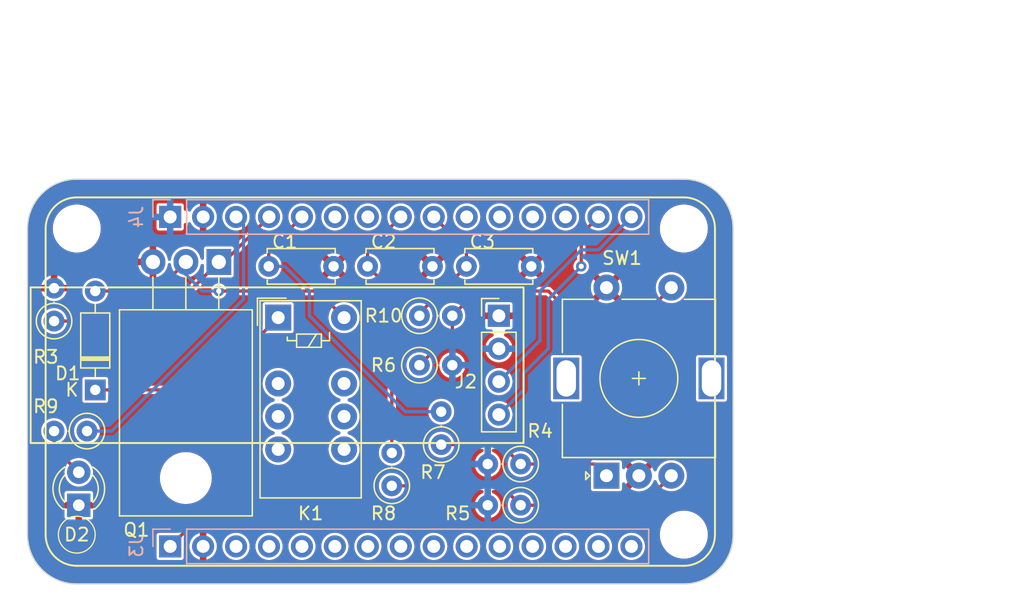
<source format=kicad_pcb>
(kicad_pcb (version 20211014) (generator pcbnew)
  (layers (0 "F.Cu" signal) (31 "B.Cu" signal) (34 "B.Paste" user) (35 "F.Paste" user) (36 "B.SilkS" user "B.Silkscreen") (37 "F.SilkS" user "F.Silkscreen") (38 "B.Mask" user) (39 "F.Mask" user) (44 "Edge.Cuts" user))
  (net 0 "")
  (net 1 "A_PIN")
  (net 2 "GND")
  (net 3 "B_PIN")
  (net 4 "SW_PIN")
  (net 5 "+5V")
  (net 6 "SCA")
  (net 7 "SCL")
  (net 8 "+3V3")
  (net 24 "Net-(D2-Pad2)")
  (net 25 "LED_CTRL")
  (net 26 "O_CTRL")
  (net 32 "Net-(R4-Pad1)")
  (net 33 "Net-(R5-Pad1)")
  (net 34 "Net-(R10-Pad2)")
  (net 40 "Net-(D1-Pad2)")
  (footprint "Resistor_THT:R_Axial_DIN0207_L6.3mm_D2.5mm_P2.54mm_Vertical" (layer "F.Cu") (at 174.215 60.325)
    (fp_text reference "R10" (at -2.765 0) (layer "F.SilkS"))
    (fp_text value "10k")
    (fp_line (start 1.37 0) (end 1.44 0) (layer "F.SilkS") (width 0.12))
    (fp_circle (center 0 0) (end 1.37 0) (layer "F.SilkS") (width 0.12) (fill none))
    (pad "1" thru_hole circle (at 0 0) (size 1.6 1.6) (drill 0.8) (layers *.Cu *.Mask) (net 4 "SW_PIN"))
    (pad "2" thru_hole oval (at 2.54 0) (size 1.6 1.6) (drill 0.8) (layers *.Cu *.Mask) (net 34 "Net-(R10-Pad2)"))
  )
  (footprint "Resistor_THT:R_Axial_DIN0207_L6.3mm_D2.5mm_P2.54mm_Vertical" (layer "F.Cu") (at 148.59 69.215 180)
    (fp_text reference "R9" (at 3.175 1.905) (layer "F.SilkS"))
    (fp_text value "100")
    (fp_line (start 1.37 0) (end 1.44 0) (layer "F.SilkS") (width 0.12))
    (fp_circle (center 0 0) (end 1.37 0) (layer "F.SilkS") (width 0.12) (fill none))
    (pad "1" thru_hole circle (at 0 0 180) (size 1.6 1.6) (drill 0.8) (layers *.Cu *.Mask) (net 25 "LED_CTRL"))
    (pad "2" thru_hole oval (at 2.54 0 180) (size 1.6 1.6) (drill 0.8) (layers *.Cu *.Mask) (net 24 "Net-(D2-Pad2)"))
  )
  (footprint "MountingHole:MountingHole_3.2mm_M3_ISO7380" (layer "F.Cu") (at 194.6 53.6)
    (fp_text reference "H1" (at 0 0) (layer "F.SilkS"))
    (fp_text value "MountingHole")
    (pad "" np_thru_hole circle (at 0 0) (size 3.2 3.2) (drill 3.2) (layers *.Cu *.Mask))
  )
  (footprint "Relay_THT:Relay_DPDT_Omron_G6S-2" (layer "F.Cu") (at 163.3275 60.4675)
    (fp_text reference "K1" (at 2.5 15.0975) (layer "F.SilkS"))
    (fp_text value "G6S-2")
    (fp_line (start 3.962 1.143) (end 3.962 1.778) (layer "F.SilkS") (width 0.12))
    (fp_line (start -1.4 -1.3) (end 6.4 -1.3) (layer "F.SilkS") (width 0.12))
    (fp_line (start 0.7 1.5) (end 0.7 1.778) (layer "F.SilkS") (width 0.12))
    (fp_line (start 2.946 1.27) (end 2.311 2.286) (layer "F.SilkS") (width 0.12))
    (fp_line (start -1.4 13.9) (end -1.4 -1.3) (layer "F.SilkS") (width 0.12))
    (fp_line (start 1.422 2.286) (end 3.327 2.286) (layer "F.SilkS") (width 0.12))
    (fp_line (start 6.4 -1.3) (end 6.4 13.9) (layer "F.SilkS") (width 0.12))
    (fp_line (start 6.4 13.9) (end -1.4 13.9) (layer "F.SilkS") (width 0.12))
    (fp_line (start -1.6 -1.5) (end 0.6 -1.5) (layer "F.SilkS") (width 0.12))
    (fp_line (start 3.327 1.27) (end 1.422 1.27) (layer "F.SilkS") (width 0.12))
    (fp_line (start 3.327 1.27) (end 3.327 2.286) (layer "F.SilkS") (width 0.12))
    (fp_line (start 3.962 1.778) (end 3.327 1.778) (layer "F.SilkS") (width 0.12))
    (fp_line (start 0.7 1.778) (end 1.422 1.778) (layer "F.SilkS") (width 0.12))
    (fp_line (start -1.6 0.6) (end -1.6 -1.5) (layer "F.SilkS") (width 0.12))
    (fp_line (start 1.422 1.27) (end 1.422 2.286) (layer "F.SilkS") (width 0.12))
    (pad "1" thru_hole rect (at 0 0) (size 2 2) (drill 1) (layers *.Cu *.Mask) (net 5 "+5V"))
    (pad "3" thru_hole circle (at 0 5.08) (size 2 2) (drill 1) (layers *.Cu *.Mask))
    (pad "4" thru_hole circle (at 0 7.62 270) (size 2 2) (drill 1) (layers *.Cu *.Mask))
    (pad "5" thru_hole circle (at 0 10.16) (size 2 2) (drill 1) (layers *.Cu *.Mask))
    (pad "8" thru_hole circle (at 5.08 10.16) (size 2 2) (drill 1) (layers *.Cu *.Mask))
    (pad "9" thru_hole circle (at 5.08 7.62 270) (size 2 2) (drill 1) (layers *.Cu *.Mask))
    (pad "10" thru_hole circle (at 5.08 5.08) (size 2 2) (drill 1) (layers *.Cu *.Mask))
    (pad "12" thru_hole circle (at 5.08 0) (size 2 2) (drill 1) (layers *.Cu *.Mask) (net 40 "Net-(D1-Pad2)"))
  )
  (footprint "Package_TO_SOT_THT:TO-220-3_Horizontal_TabDown" (layer "F.Cu") (at 158.75 56.175 180)
    (fp_text reference "Q1" (at 6.35 -20.66 180) (layer "F.SilkS"))
    (fp_text value "IRF540N")
    (fp_line (start 7.66 -19.58) (end 7.66 -3.69) (layer "F.SilkS") (width 0.12))
    (fp_line (start 0 -3.69) (end 0 -1.15) (layer "F.SilkS") (width 0.12))
    (fp_line (start 5.08 -3.69) (end 5.08 -1.15) (layer "F.SilkS") (width 0.12))
    (fp_line (start -2.58 -19.58) (end -2.58 -3.69) (layer "F.SilkS") (width 0.12))
    (fp_line (start -2.58 -3.69) (end 7.66 -3.69) (layer "F.SilkS") (width 0.12))
    (fp_line (start -2.58 -19.58) (end 7.66 -19.58) (layer "F.SilkS") (width 0.12))
    (fp_line (start 2.54 -3.69) (end 2.54 -1.15) (layer "F.SilkS") (width 0.12))
    (pad "" np_thru_hole oval (at 2.54 -16.66 180) (size 3.5 3.5) (drill 3.5) (layers *.Cu *.Mask))
    (pad "1" thru_hole rect (at 0 0 180) (size 1.905 2) (drill 1.1) (layers *.Cu *.Mask) (net 26 "O_CTRL"))
    (pad "2" thru_hole oval (at 2.54 0 180) (size 1.905 2) (drill 1.1) (layers *.Cu *.Mask) (net 40 "Net-(D1-Pad2)"))
    (pad "3" thru_hole oval (at 5.08 0 180) (size 1.905 2) (drill 1.1) (layers *.Cu *.Mask) (net 2 "GND"))
  )
  (footprint "Connector_PinHeader_2.54mm:PinHeader_1x04_P2.54mm_Vertical" (layer "F.Cu") (at 180.34 60.325)
    (fp_text reference "J2" (at -2.54 5.08) (layer "F.SilkS"))
    (fp_text value "Conn_01x04")
    (fp_line (start -1.33 -1.33) (end 0 -1.33) (layer "F.SilkS") (width 0.12))
    (fp_line (start -1.33 1.27) (end 1.33 1.27) (layer "F.SilkS") (width 0.12))
    (fp_line (start -1.33 8.95) (end 1.33 8.95) (layer "F.SilkS") (width 0.12))
    (fp_line (start -1.33 1.27) (end -1.33 8.95) (layer "F.SilkS") (width 0.12))
    (fp_line (start -1.33 0) (end -1.33 -1.33) (layer "F.SilkS") (width 0.12))
    (fp_line (start 1.33 1.27) (end 1.33 8.95) (layer "F.SilkS") (width 0.12))
    (pad "1" thru_hole rect (at 0 0) (size 1.7 1.7) (drill 1) (layers *.Cu *.Mask) (net 2 "GND"))
    (pad "2" thru_hole oval (at 0 2.54) (size 1.7 1.7) (drill 1) (layers *.Cu *.Mask) (net 8 "+3V3"))
    (pad "3" thru_hole oval (at 0 5.08) (size 1.7 1.7) (drill 1) (layers *.Cu *.Mask) (net 7 "SCL"))
    (pad "4" thru_hole oval (at 0 7.62) (size 1.7 1.7) (drill 1) (layers *.Cu *.Mask) (net 6 "SCA"))
  )
  (footprint "Resistor_THT:R_Axial_DIN0207_L6.3mm_D2.5mm_P2.54mm_Vertical" (layer "F.Cu") (at 175.895 70.26 90)
    (fp_text reference "R7" (at -2.13 -0.635 180) (layer "F.SilkS"))
    (fp_text value "10k")
    (fp_line (start 1.37 0) (end 1.44 0) (layer "F.SilkS") (width 0.12))
    (fp_circle (center 0 0) (end 1.37 0) (layer "F.SilkS") (width 0.12) (fill none))
    (pad "1" thru_hole circle (at 0 0 90) (size 1.6 1.6) (drill 0.8) (layers *.Cu *.Mask) (net 32 "Net-(R4-Pad1)"))
    (pad "2" thru_hole oval (at 2.54 0 90) (size 1.6 1.6) (drill 0.8) (layers *.Cu *.Mask) (net 1 "A_PIN"))
  )
  (footprint "MountingHole:MountingHole_3.2mm_M3_ISO7380" (layer "F.Cu") (at 147.8 53.6)
    (fp_text reference "H2" (at 0 0) (layer "F.SilkS"))
    (fp_text value "MountingHole")
    (pad "" np_thru_hole circle (at 0 0) (size 3.2 3.2) (drill 3.2) (layers *.Cu *.Mask))
  )
  (footprint "Resistor_THT:R_Axial_DIN0207_L6.3mm_D2.5mm_P2.54mm_Vertical" (layer "F.Cu") (at 182.02 74.93 180)
    (fp_text reference "R5" (at 4.855 -0.635) (layer "F.SilkS"))
    (fp_text value "10k")
    (fp_line (start 1.37 0) (end 1.44 0) (layer "F.SilkS") (width 0.12))
    (fp_circle (center 0 0) (end 1.37 0) (layer "F.SilkS") (width 0.12) (fill none))
    (pad "1" thru_hole circle (at 0 0 180) (size 1.6 1.6) (drill 0.8) (layers *.Cu *.Mask) (net 33 "Net-(R5-Pad1)"))
    (pad "2" thru_hole oval (at 2.54 0 180) (size 1.6 1.6) (drill 0.8) (layers *.Cu *.Mask) (net 8 "+3V3"))
  )
  (footprint "Resistor_THT:R_Axial_DIN0207_L6.3mm_D2.5mm_P2.54mm_Vertical" (layer "F.Cu") (at 182.02 71.755 180)
    (fp_text reference "R4" (at -1.495 2.54) (layer "F.SilkS"))
    (fp_text value "10k")
    (fp_line (start 1.37 0) (end 1.44 0) (layer "F.SilkS") (width 0.12))
    (fp_circle (center 0 0) (end 1.37 0) (layer "F.SilkS") (width 0.12) (fill none))
    (pad "1" thru_hole circle (at 0 0 180) (size 1.6 1.6) (drill 0.8) (layers *.Cu *.Mask) (net 32 "Net-(R4-Pad1)"))
    (pad "2" thru_hole oval (at 2.54 0 180) (size 1.6 1.6) (drill 0.8) (layers *.Cu *.Mask) (net 8 "+3V3"))
  )
  (footprint "Capacitor_THT:C_Disc_D5.0mm_W2.5mm_P5.00mm" (layer "F.Cu") (at 170.22 56.515)
    (fp_text reference "C2" (at 1.23 -1.905) (layer "F.SilkS"))
    (fp_text value "0.01u")
    (fp_line (start -0.12 1.055) (end -0.12 1.37) (layer "F.SilkS") (width 0.12))
    (fp_line (start -0.12 1.37) (end 5.12 1.37) (layer "F.SilkS") (width 0.12))
    (fp_line (start 5.12 1.055) (end 5.12 1.37) (layer "F.SilkS") (width 0.12))
    (fp_line (start 5.12 -1.37) (end 5.12 -1.055) (layer "F.SilkS") (width 0.12))
    (fp_line (start -0.12 -1.37) (end 5.12 -1.37) (layer "F.SilkS") (width 0.12))
    (fp_line (start -0.12 -1.37) (end -0.12 -1.055) (layer "F.SilkS") (width 0.12))
    (pad "1" thru_hole circle (at 0 0) (size 1.6 1.6) (drill 0.8) (layers *.Cu *.Mask) (net 3 "B_PIN"))
    (pad "2" thru_hole circle (at 5 0) (size 1.6 1.6) (drill 0.8) (layers *.Cu *.Mask) (net 2 "GND"))
  )
  (footprint "Rotary_Encoder:RotaryEncoder_Alps_EC11E-Switch_Vertical_H20mm" (layer "F.Cu") (at 188.635 72.655 90)
    (fp_text reference "SW1" (at 16.775 1.2 180) (layer "F.SilkS"))
    (fp_text value "RotaryEncoder_Switch")
    (fp_line (start 13.6 1.2) (end 13.6 3.8) (layer "F.SilkS") (width 0.12))
    (fp_line (start 0.3 -1.6) (end 0 -1.3) (layer "F.SilkS") (width 0.12))
    (fp_line (start 13.6 -3.4) (end 13.6 -1) (layer "F.SilkS") (width 0.12))
    (fp_line (start 1.4 -3.4) (end 1.4 8.4) (layer "F.SilkS") (width 0.12))
    (fp_line (start 13.6 8.4) (end 9.5 8.4) (layer "F.SilkS") (width 0.12))
    (fp_line (start 9.5 -3.4) (end 13.6 -3.4) (layer "F.SilkS") (width 0.12))
    (fp_line (start -0.3 -1.6) (end 0.3 -1.6) (layer "F.SilkS") (width 0.12))
    (fp_line (start 13.6 6) (end 13.6 8.4) (layer "F.SilkS") (width 0.12))
    (fp_line (start 7.5 2) (end 7.5 3) (layer "F.SilkS") (width 0.12))
    (fp_line (start 5.5 -3.4) (end 1.4 -3.4) (layer "F.SilkS") (width 0.12))
    (fp_line (start 0 -1.3) (end -0.3 -1.6) (layer "F.SilkS") (width 0.12))
    (fp_line (start 7 2.5) (end 8 2.5) (layer "F.SilkS") (width 0.12))
    (fp_line (start 5.5 8.4) (end 1.4 8.4) (layer "F.SilkS") (width 0.12))
    (fp_circle (center 7.5 2.5) (end 10.5 2.5) (layer "F.SilkS") (width 0.12) (fill none))
    (pad "A" thru_hole rect (at 0 0 90) (size 2 2) (drill 1) (layers *.Cu *.Mask) (net 32 "Net-(R4-Pad1)"))
    (pad "B" thru_hole circle (at 0 5 90) (size 2 2) (drill 1) (layers *.Cu *.Mask) (net 33 "Net-(R5-Pad1)"))
    (pad "C" thru_hole circle (at 0 2.5 90) (size 2 2) (drill 1) (layers *.Cu *.Mask) (net 2 "GND"))
    (pad "MP" thru_hole rect (at 7.5 8.1 90) (size 3.2 2) (drill oval 2.8 1.5) (layers *.Cu *.Mask))
    (pad "MP" thru_hole rect (at 7.5 -3.1 90) (size 3.2 2) (drill oval 2.8 1.5) (layers *.Cu *.Mask))
    (pad "S1" thru_hole circle (at 14.5 5 90) (size 2 2) (drill 1) (layers *.Cu *.Mask) (net 34 "Net-(R10-Pad2)"))
    (pad "S2" thru_hole circle (at 14.5 0 90) (size 2 2) (drill 1) (layers *.Cu *.Mask) (net 2 "GND"))
  )
  (footprint "Resistor_THT:R_Axial_DIN0207_L6.3mm_D2.5mm_P2.54mm_Vertical" (layer "F.Cu") (at 146.05 60.735 90)
    (fp_text reference "R3" (at -2.765 -0.635 180) (layer "F.SilkS"))
    (fp_text value "10k")
    (fp_line (start 1.37 0) (end 1.44 0) (layer "F.SilkS") (width 0.12))
    (fp_circle (center 0 0) (end 1.37 0) (layer "F.SilkS") (width 0.12) (fill none))
    (pad "1" thru_hole circle (at 0 0 90) (size 1.6 1.6) (drill 0.8) (layers *.Cu *.Mask) (net 26 "O_CTRL"))
    (pad "2" thru_hole oval (at 2.54 0 90) (size 1.6 1.6) (drill 0.8) (layers *.Cu *.Mask) (net 2 "GND"))
  )
  (footprint "Capacitor_THT:C_Disc_D5.0mm_W2.5mm_P5.00mm" (layer "F.Cu") (at 162.6 56.515)
    (fp_text reference "C1" (at 1.23 -1.905) (layer "F.SilkS"))
    (fp_text value "0.01u")
    (fp_line (start -0.12 -1.37) (end -0.12 -1.055) (layer "F.SilkS") (width 0.12))
    (fp_line (start 5.12 -1.37) (end 5.12 -1.055) (layer "F.SilkS") (width 0.12))
    (fp_line (start 5.12 1.055) (end 5.12 1.37) (layer "F.SilkS") (width 0.12))
    (fp_line (start -0.12 1.37) (end 5.12 1.37) (layer "F.SilkS") (width 0.12))
    (fp_line (start -0.12 1.055) (end -0.12 1.37) (layer "F.SilkS") (width 0.12))
    (fp_line (start -0.12 -1.37) (end 5.12 -1.37) (layer "F.SilkS") (width 0.12))
    (pad "1" thru_hole circle (at 0 0) (size 1.6 1.6) (drill 0.8) (layers *.Cu *.Mask) (net 1 "A_PIN"))
    (pad "2" thru_hole circle (at 5 0) (size 1.6 1.6) (drill 0.8) (layers *.Cu *.Mask) (net 2 "GND"))
  )
  (footprint "LED_THT:LED_D3.0mm" (layer "F.Cu") (at 147.955 74.93 90)
    (fp_text reference "D2" (at -2.27 -0.155) (layer "F.SilkS"))
    (fp_text value "LED")
    (fp_line (start -0.29 1.08) (end -0.29 1.236) (layer "F.SilkS") (width 0.12))
    (fp_line (start -0.29 -1.236) (end -0.29 -1.08) (layer "F.SilkS") (width 0.12))
    (fp_arc (start -0.29 -1.235516) (mid 1.366487 -1.987659) (end 2.942335 -1.078608) (layer "F.SilkS") (width 0.12))
    (fp_arc (start 2.942335 1.078608) (mid 1.366487 1.987659) (end -0.29 1.235516) (layer "F.SilkS") (width 0.12))
    (fp_arc (start 0.229039 -1.08) (mid 1.270117 -1.5) (end 2.31113 -1.079837) (layer "F.SilkS") (width 0.12))
    (fp_arc (start 2.31113 1.079837) (mid 1.270117 1.5) (end 0.229039 1.08) (layer "F.SilkS") (width 0.12))
    (pad "1" thru_hole rect (at 0 0 90) (size 1.8 1.8) (drill 0.9) (layers *.Cu *.Mask) (net 2 "GND"))
    (pad "2" thru_hole circle (at 2.54 0 90) (size 1.8 1.8) (drill 0.9) (layers *.Cu *.Mask) (net 24 "Net-(D2-Pad2)"))
  )
  (footprint "Capacitor_THT:C_Disc_D5.0mm_W2.5mm_P5.00mm" (layer "F.Cu") (at 177.84 56.515)
    (fp_text reference "C3" (at 1.23 -1.905) (layer "F.SilkS"))
    (fp_text value "0.01u")
    (fp_line (start -0.12 1.055) (end -0.12 1.37) (layer "F.SilkS") (width 0.12))
    (fp_line (start -0.12 1.37) (end 5.12 1.37) (layer "F.SilkS") (width 0.12))
    (fp_line (start -0.12 -1.37) (end -0.12 -1.055) (layer "F.SilkS") (width 0.12))
    (fp_line (start 5.12 -1.37) (end 5.12 -1.055) (layer "F.SilkS") (width 0.12))
    (fp_line (start 5.12 1.055) (end 5.12 1.37) (layer "F.SilkS") (width 0.12))
    (fp_line (start -0.12 -1.37) (end 5.12 -1.37) (layer "F.SilkS") (width 0.12))
    (pad "1" thru_hole circle (at 0 0) (size 1.6 1.6) (drill 0.8) (layers *.Cu *.Mask) (net 4 "SW_PIN"))
    (pad "2" thru_hole circle (at 5 0) (size 1.6 1.6) (drill 0.8) (layers *.Cu *.Mask) (net 2 "GND"))
  )
  (footprint "Resistor_THT:R_Axial_DIN0207_L6.3mm_D2.5mm_P2.54mm_Vertical" (layer "F.Cu") (at 172.085 73.435 90)
    (fp_text reference "R8" (at -2.13 -0.635 180) (layer "F.SilkS"))
    (fp_text value "10k")
    (fp_line (start 1.37 0) (end 1.44 0) (layer "F.SilkS") (width 0.12))
    (fp_circle (center 0 0) (end 1.37 0) (layer "F.SilkS") (width 0.12) (fill none))
    (pad "1" thru_hole circle (at 0 0 90) (size 1.6 1.6) (drill 0.8) (layers *.Cu *.Mask) (net 33 "Net-(R5-Pad1)"))
    (pad "2" thru_hole oval (at 2.54 0 90) (size 1.6 1.6) (drill 0.8) (layers *.Cu *.Mask) (net 3 "B_PIN"))
  )
  (footprint "MountingHole:MountingHole_3.2mm_M3_ISO7380" (layer "F.Cu") (at 194.6 77.2)
    (fp_text reference "H3" (at 0 0) (layer "F.SilkS"))
    (fp_text value "MountingHole")
    (pad "" np_thru_hole circle (at 0 0) (size 3.2 3.2) (drill 3.2) (layers *.Cu *.Mask))
  )
  (footprint "Resistor_THT:R_Axial_DIN0207_L6.3mm_D2.5mm_P2.54mm_Vertical" (layer "F.Cu") (at 174.215 64.135)
    (fp_text reference "R6" (at -2.765 0) (layer "F.SilkS"))
    (fp_text value "10k")
    (fp_line (start 1.37 0) (end 1.44 0) (layer "F.SilkS") (width 0.12))
    (fp_circle (center 0 0) (end 1.37 0) (layer "F.SilkS") (width 0.12) (fill none))
    (pad "1" thru_hole circle (at 0 0) (size 1.6 1.6) (drill 0.8) (layers *.Cu *.Mask) (net 34 "Net-(R10-Pad2)"))
    (pad "2" thru_hole oval (at 2.54 0) (size 1.6 1.6) (drill 0.8) (layers *.Cu *.Mask) (net 8 "+3V3"))
  )
  (footprint "Diode_THT:D_DO-35_SOD27_P7.62mm_Horizontal" (layer "F.Cu") (at 149.225 66.04 90)
    (fp_text reference "D1" (at 1.27 -2.12 180) (layer "F.SilkS"))
    (fp_text value "1N4148")
    (fp_text user "K" (at 0 -1.8 180) (layer "F.SilkS"))
    (fp_line (start 1.69 1.12) (end 5.93 1.12) (layer "F.SilkS") (width 0.12))
    (fp_line (start 5.93 -1.12) (end 1.69 -1.12) (layer "F.SilkS") (width 0.12))
    (fp_line (start 2.53 -1.12) (end 2.53 1.12) (layer "F.SilkS") (width 0.12))
    (fp_line (start 2.41 -1.12) (end 2.41 1.12) (layer "F.SilkS") (width 0.12))
    (fp_line (start 2.29 -1.12) (end 2.29 1.12) (layer "F.SilkS") (width 0.12))
    (fp_line (start 6.58 0) (end 5.93 0) (layer "F.SilkS") (width 0.12))
    (fp_line (start 5.93 1.12) (end 5.93 -1.12) (layer "F.SilkS") (width 0.12))
    (fp_line (start 1.04 0) (end 1.69 0) (layer "F.SilkS") (width 0.12))
    (fp_line (start 1.69 -1.12) (end 1.69 1.12) (layer "F.SilkS") (width 0.12))
    (pad "1" thru_hole rect (at 0 0 90) (size 1.6 1.6) (drill 0.8) (layers *.Cu *.Mask) (net 5 "+5V"))
    (pad "2" thru_hole oval (at 7.62 0 90) (size 1.6 1.6) (drill 0.8) (layers *.Cu *.Mask) (net 40 "Net-(D1-Pad2)"))
  )
  (footprint "Connector_PinHeader_2.54mm:PinHeader_1x15_P2.54mm_Vertical" (layer "B.Cu") (at 155 78.105 -90)
    (fp_text reference "J3" (at 0 2.6 -90) (layer "B.SilkS") (effects (justify mirror)))
    (fp_text value "Conn_01x15")
    (fp_line (start -1.33 -1.27) (end 1.33 -1.27) (layer "B.SilkS") (width 0.12))
    (fp_line (start -1.33 -1.27) (end -1.33 -36.89) (layer "B.SilkS") (width 0.12))
    (fp_line (start 1.33 -1.27) (end 1.33 -36.89) (layer "B.SilkS") (width 0.12))
    (fp_line (start -1.33 0) (end -1.33 1.33) (layer "B.SilkS") (width 0.12))
    (fp_line (start -1.33 1.33) (end 0 1.33) (layer "B.SilkS") (width 0.12))
    (fp_line (start -1.33 -36.89) (end 1.33 -36.89) (layer "B.SilkS") (width 0.12))
    (pad "1" thru_hole rect (at 0 0 270) (size 1.7 1.7) (drill 1) (layers *.Cu *.Mask) (net 5 "+5V"))
    (pad "2" thru_hole oval (at 0 -2.54 270) (size 1.7 1.7) (drill 1) (layers *.Cu *.Mask) (net 2 "GND"))
    (pad "3" thru_hole oval (at 0 -5.08 270) (size 1.7 1.7) (drill 1) (layers *.Cu *.Mask))
    (pad "4" thru_hole oval (at 0 -7.62 270) (size 1.7 1.7) (drill 1) (layers *.Cu *.Mask))
    (pad "5" thru_hole oval (at 0 -10.16 270) (size 1.7 1.7) (drill 1) (layers *.Cu *.Mask))
    (pad "6" thru_hole oval (at 0 -12.7 270) (size 1.7 1.7) (drill 1) (layers *.Cu *.Mask))
    (pad "7" thru_hole oval (at 0 -15.24 270) (size 1.7 1.7) (drill 1) (layers *.Cu *.Mask))
    (pad "8" thru_hole oval (at 0 -17.78 270) (size 1.7 1.7) (drill 1) (layers *.Cu *.Mask))
    (pad "9" thru_hole oval (at 0 -20.32 270) (size 1.7 1.7) (drill 1) (layers *.Cu *.Mask))
    (pad "10" thru_hole oval (at 0 -22.86 270) (size 1.7 1.7) (drill 1) (layers *.Cu *.Mask))
    (pad "11" thru_hole oval (at 0 -25.4 270) (size 1.7 1.7) (drill 1) (layers *.Cu *.Mask))
    (pad "12" thru_hole oval (at 0 -27.94 270) (size 1.7 1.7) (drill 1) (layers *.Cu *.Mask))
    (pad "13" thru_hole oval (at 0 -30.48 270) (size 1.7 1.7) (drill 1) (layers *.Cu *.Mask))
    (pad "14" thru_hole oval (at 0 -33.02 270) (size 1.7 1.7) (drill 1) (layers *.Cu *.Mask))
    (pad "15" thru_hole oval (at 0 -35.56 270) (size 1.7 1.7) (drill 1) (layers *.Cu *.Mask))
  )
  (footprint "Connector_PinHeader_2.54mm:PinHeader_1x15_P2.54mm_Vertical" (layer "B.Cu") (at 155 52.705 -90)
    (fp_text reference "J4" (at 0 2.6 90) (layer "B.SilkS") (effects (justify mirror)))
    (fp_text value "Conn_01x15")
    (fp_line (start -1.33 -36.89) (end 1.33 -36.89) (layer "B.SilkS") (width 0.12))
    (fp_line (start -1.33 0) (end -1.33 1.33) (layer "B.SilkS") (width 0.12))
    (fp_line (start -1.33 -1.27) (end 1.33 -1.27) (layer "B.SilkS") (width 0.12))
    (fp_line (start 1.33 -1.27) (end 1.33 -36.89) (layer "B.SilkS") (width 0.12))
    (fp_line (start -1.33 -1.27) (end -1.33 -36.89) (layer "B.SilkS") (width 0.12))
    (fp_line (start -1.33 1.33) (end 0 1.33) (layer "B.SilkS") (width 0.12))
    (pad "1" thru_hole rect (at 0 0 270) (size 1.7 1.7) (drill 1) (layers *.Cu *.Mask) (net 8 "+3V3"))
    (pad "2" thru_hole oval (at 0 -2.54 270) (size 1.7 1.7) (drill 1) (layers *.Cu *.Mask) (net 2 "GND"))
    (pad "3" thru_hole oval (at 0 -5.08 270) (size 1.7 1.7) (drill 1) (layers *.Cu *.Mask) (net 25 "LED_CTRL"))
    (pad "4" thru_hole oval (at 0 -7.62 270) (size 1.7 1.7) (drill 1) (layers *.Cu *.Mask) (net 26 "O_CTRL"))
    (pad "5" thru_hole oval (at 0 -10.16 270) (size 1.7 1.7) (drill 1) (layers *.Cu *.Mask) (net 1 "A_PIN"))
    (pad "6" thru_hole oval (at 0 -12.7 270) (size 1.7 1.7) (drill 1) (layers *.Cu *.Mask))
    (pad "7" thru_hole oval (at 0 -15.24 270) (size 1.7 1.7) (drill 1) (layers *.Cu *.Mask))
    (pad "8" thru_hole oval (at 0 -17.78 270) (size 1.7 1.7) (drill 1) (layers *.Cu *.Mask) (net 3 "B_PIN"))
    (pad "9" thru_hole oval (at 0 -20.32 270) (size 1.7 1.7) (drill 1) (layers *.Cu *.Mask) (net 4 "SW_PIN"))
    (pad "10" thru_hole oval (at 0 -22.86 270) (size 1.7 1.7) (drill 1) (layers *.Cu *.Mask))
    (pad "11" thru_hole oval (at 0 -25.4 270) (size 1.7 1.7) (drill 1) (layers *.Cu *.Mask))
    (pad "12" thru_hole oval (at 0 -27.94 270) (size 1.7 1.7) (drill 1) (layers *.Cu *.Mask))
    (pad "13" thru_hole oval (at 0 -30.48 270) (size 1.7 1.7) (drill 1) (layers *.Cu *.Mask))
    (pad "14" thru_hole oval (at 0 -33.02 270) (size 1.7 1.7) (drill 1) (layers *.Cu *.Mask) (net 6 "SCA"))
    (pad "15" thru_hole oval (at 0 -35.56 270) (size 1.7 1.7) (drill 1) (layers *.Cu *.Mask) (net 7 "SCL"))
  )
  (gr_arc (start 147.8 79.6) (mid 146.102944 78.897056) (end 145.4 77.2) (layer "F.SilkS") (width 0.15))
  (gr_line (start 145.4 53.6) (end 145.4 77.2) (layer "F.SilkS") (width 0.15))
  (gr_line (start 147.8 79.6) (end 194.6 79.6) (layer "F.SilkS") (width 0.15))
  (gr_circle (center 147.8 53.6) (end 149.219903 53.6) (layer "F.SilkS") (width 0.1) (fill none))
  (gr_arc (start 197 77.2) (mid 196.297056 78.897056) (end 194.6 79.6) (layer "F.SilkS") (width 0.15))
  (gr_circle (center 194.6 77.2) (end 196.019903 77.2) (layer "F.SilkS") (width 0.1) (fill none))
  (gr_arc (start 145.4 53.6) (mid 146.102944 51.902944) (end 147.8 51.2) (layer "F.SilkS") (width 0.15))
  (gr_arc (start 194.6 51.2) (mid 196.297056 51.902944) (end 197 53.6) (layer "F.SilkS") (width 0.15))
  (gr_line (start 197 77.2) (end 197 53.6) (layer "F.SilkS") (width 0.15))
  (gr_line (start 194.6 51.2) (end 147.8 51.2) (layer "F.SilkS") (width 0.15))
  (gr_rect (start 182.245 70.135) (end 144.245 58.135) (layer "F.SilkS") (width 0.15) (fill none))
  (gr_circle (center 194.6 53.6) (end 196.019903 53.6) (layer "F.SilkS") (width 0.1) (fill none))
  (gr_circle (center 147.8 77.2) (end 149.219903 77.2) (layer "F.SilkS") (width 0.1) (fill none))
  (gr_arc (start 198.4 77.2) (mid 197.287006 79.887006) (end 194.6 81) (layer "Edge.Cuts") (width 0.1))
  (gr_line (start 147.8 81) (end 194.6 81) (layer "Edge.Cuts") (width 0.1))
  (gr_line (start 198.4 77.2) (end 198.4 53.6) (layer "Edge.Cuts") (width 0.1))
  (gr_line (start 144 53.6) (end 144 77.2) (layer "Edge.Cuts") (width 0.1))
  (gr_arc (start 194.6 49.8) (mid 197.287006 50.912994) (end 198.4 53.6) (layer "Edge.Cuts") (width 0.1))
  (gr_arc (start 144 53.6) (mid 145.112994 50.912994) (end 147.8 49.8) (layer "Edge.Cuts") (width 0.1))
  (gr_arc (start 147.8 81) (mid 145.112994 79.887006) (end 144 77.2) (layer "Edge.Cuts") (width 0.1))
  (gr_line (start 194.6 49.8) (end 147.8 49.8) (layer "Edge.Cuts") (width 0.1))
  (segment (start 162.6 56.515) (end 162.6 55.265) (width 0.25) (layer "F.Cu") (net 1))
  (segment (start 162.6 55.265) (end 165.16 52.705) (width 0.25) (layer "F.Cu") (net 1))
  (segment (start 165.735 60.325) (end 173.13 67.72) (width 0.25) (layer "B.Cu") (net 1))
  (segment (start 173.13 67.72) (end 175.895 67.72) (width 0.25) (layer "B.Cu") (net 1))
  (segment (start 163.83 56.515) (end 165.735 58.42) (width 0.25) (layer "B.Cu") (net 1))
  (segment (start 162.6 56.515) (end 163.83 56.515) (width 0.25) (layer "B.Cu") (net 1))
  (segment (start 165.735 58.42) (end 165.735 60.325) (width 0.25) (layer "B.Cu") (net 1))
  (segment (start 170.22 56.515) (end 170.22 55.265) (width 0.25) (layer "F.Cu") (net 3))
  (segment (start 172.085 58.38) (end 172.085 70.895) (width 0.25) (layer "F.Cu") (net 3))
  (segment (start 170.22 55.265) (end 172.78 52.705) (width 0.25) (layer "F.Cu") (net 3))
  (segment (start 170.22 56.515) (end 172.085 58.38) (width 0.25) (layer "F.Cu") (net 3))
  (segment (start 177.84 56.515) (end 177.84 55.225) (width 0.25) (layer "F.Cu") (net 4))
  (segment (start 177.84 56.515) (end 174.215 60.14) (width 0.25) (layer "F.Cu") (net 4))
  (segment (start 177.84 55.225) (end 175.32 52.705) (width 0.25) (layer "F.Cu") (net 4))
  (segment (start 174.215 60.14) (end 174.215 60.325) (width 0.25) (layer "F.Cu") (net 4))
  (segment (start 157.755 66.04) (end 160.7925 63.0025) (width 0.25) (layer "F.Cu") (net 5))
  (segment (start 160.7925 63.0025) (end 160.7925 72.3125) (width 0.25) (layer "F.Cu") (net 5))
  (segment (start 160.7925 63.0025) (end 163.3275 60.4675) (width 0.25) (layer "F.Cu") (net 5))
  (segment (start 149.225 66.04) (end 157.755 66.04) (width 0.25) (layer "F.Cu") (net 5))
  (segment (start 160.7925 72.3125) (end 155 78.105) (width 0.25) (layer "F.Cu") (net 5))
  (segment (start 186.69 56.515) (end 186.69 54.035) (width 0.25) (layer "F.Cu") (net 6))
  (segment (start 186.69 54.035) (end 188.02 52.705) (width 0.25) (layer "F.Cu") (net 6))
  (via (at 186.69 56.515) (size 0.8) (drill 0.4) (layers "F.Cu" "B.Cu") (net 6))
  (segment (start 182.245 64.77) (end 184.15 62.865) (width 0.25) (layer "B.Cu") (net 6))
  (segment (start 182.245 66.04) (end 182.245 64.77) (width 0.25) (layer "B.Cu") (net 6))
  (segment (start 184.15 62.865) (end 184.15 59.055) (width 0.25) (layer "B.Cu") (net 6))
  (segment (start 180.34 67.945) (end 182.245 66.04) (width 0.25) (layer "B.Cu") (net 6))
  (segment (start 184.15 59.055) (end 186.69 56.515) (width 0.25) (layer "B.Cu") (net 6))
  (segment (start 183.515 58.42) (end 186.69 55.245) (width 0.25) (layer "B.Cu") (net 7))
  (segment (start 180.34 65.405) (end 183.515 62.23) (width 0.25) (layer "B.Cu") (net 7))
  (segment (start 186.69 55.245) (end 188.02 55.245) (width 0.25) (layer "B.Cu") (net 7))
  (segment (start 183.515 62.23) (end 183.515 58.42) (width 0.25) (layer "B.Cu") (net 7))
  (segment (start 188.02 55.245) (end 190.56 52.705) (width 0.25) (layer "B.Cu") (net 7))
  (segment (start 146.05 70.485) (end 147.955 72.39) (width 0.25) (layer "F.Cu") (net 24))
  (segment (start 146.05 69.215) (end 146.05 70.485) (width 0.25) (layer "F.Cu") (net 24))
  (segment (start 148.59 69.215) (end 150.495 69.215) (width 0.25) (layer "B.Cu") (net 25))
  (segment (start 150.495 69.215) (end 160.655 59.055) (width 0.25) (layer "B.Cu") (net 25))
  (segment (start 160.655 53.28) (end 160.08 52.705) (width 0.25) (layer "B.Cu") (net 25))
  (segment (start 160.655 59.055) (end 160.655 53.28) (width 0.25) (layer "B.Cu") (net 25))
  (segment (start 154.19 60.735) (end 158.75 56.175) (width 0.25) (layer "F.Cu") (net 26))
  (segment (start 158.75 56.175) (end 159.15 56.175) (width 0.25) (layer "F.Cu") (net 26))
  (segment (start 159.15 56.175) (end 162.62 52.705) (width 0.25) (layer "F.Cu") (net 26))
  (segment (start 146.05 60.735) (end 154.19 60.735) (width 0.25) (layer "F.Cu") (net 26))
  (segment (start 175.895 70.26) (end 180.525 70.26) (width 0.25) (layer "F.Cu") (net 32))
  (segment (start 187.735 71.755) (end 188.635 72.655) (width 0.25) (layer "F.Cu") (net 32))
  (segment (start 182.02 71.755) (end 187.735 71.755) (width 0.25) (layer "F.Cu") (net 32))
  (segment (start 180.525 70.26) (end 182.02 71.755) (width 0.25) (layer "F.Cu") (net 32))
  (segment (start 191.36 74.93) (end 193.635 72.655) (width 0.25) (layer "F.Cu") (net 33))
  (segment (start 180.525 73.435) (end 182.02 74.93) (width 0.25) (layer "F.Cu") (net 33))
  (segment (start 172.085 73.435) (end 180.525 73.435) (width 0.25) (layer "F.Cu") (net 33))
  (segment (start 182.02 74.93) (end 191.36 74.93) (width 0.25) (layer "F.Cu") (net 33))
  (segment (start 186.055 60.325) (end 191.465 60.325) (width 0.25) (layer "F.Cu") (net 34))
  (segment (start 176.755 60.325) (end 178.66 58.42) (width 0.25) (layer "F.Cu") (net 34))
  (segment (start 176.755 61.595) (end 174.215 64.135) (width 0.25) (layer "F.Cu") (net 34))
  (segment (start 191.465 60.325) (end 193.635 58.155) (width 0.25) (layer "F.Cu") (net 34))
  (segment (start 178.66 58.42) (end 184.15 58.42) (width 0.25) (layer "F.Cu") (net 34))
  (segment (start 184.15 58.42) (end 186.055 60.325) (width 0.25) (layer "F.Cu") (net 34))
  (segment (start 176.755 60.325) (end 176.755 61.595) (width 0.25) (layer "F.Cu") (net 34))
  (segment (start 158.75 58.42) (end 166.36 58.42) (width 0.25) (layer "F.Cu") (net 40))
  (segment (start 153.965 58.42) (end 156.21 56.175) (width 0.25) (layer "F.Cu") (net 40))
  (segment (start 149.225 58.42) (end 153.965 58.42) (width 0.25) (layer "F.Cu") (net 40))
  (segment (start 166.36 58.42) (end 168.4075 60.4675) (width 0.25) (layer "F.Cu") (net 40))
  (via (at 158.75 58.42) (size 0.8) (drill 0.4) (layers "F.Cu" "B.Cu") (net 40))
  (segment (start 158.75 58.42) (end 157.48 58.42) (width 0.25) (layer "B.Cu") (net 40))
  (segment (start 156.21 57.15) (end 156.21 56.175) (width 0.25) (layer "B.Cu") (net 40))
  (segment (start 157.48 58.42) (end 156.21 57.15) (width 0.25) (layer "B.Cu") (net 40))
  (zone (net 2) (net_name "GND") (layer "F.Cu") (connect_pads (clearance 0)) (min_thickness 0.254) (fill yes (thermal_gap 0.508) (thermal_bridge_width 0.508))
    (polygon (pts (xy 200.025 48.26) (xy 200.025 82.55) (xy 142.24 82.55) (xy 142.24 48.26) (xy 172.085 48.26)))
  )
  (zone (net 8) (net_name "+3V3") (layer "B.Cu") (connect_pads (clearance 0)) (min_thickness 0.254) (fill yes (thermal_gap 0.508) (thermal_bridge_width 0.508))
    (polygon (pts (xy 200.025 48.26) (xy 200.025 82.55) (xy 142.24 82.55) (xy 142.24 48.26) (xy 171.45 48.26)))
  )
)
</source>
